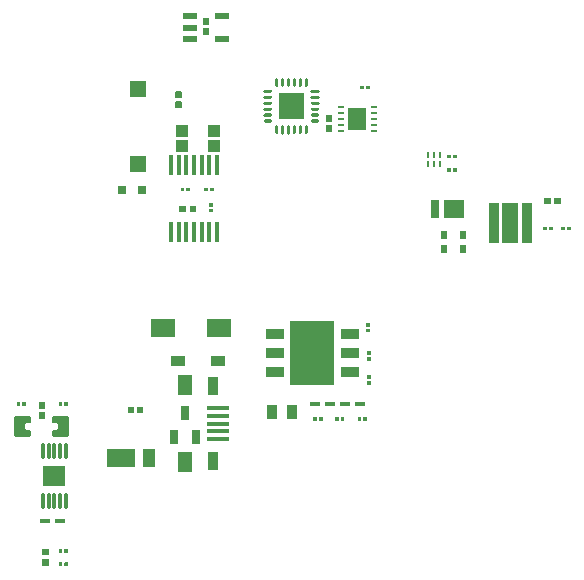
<source format=gtp>
G04 Layer: TopPasteMaskLayer*
G04 EasyEDA Pro v2.1.49.1, 2024-02-28 13:49:17*
G04 Gerber Generator version 0.3*
G04 Scale: 100 percent, Rotated: No, Reflected: No*
G04 Dimensions in millimeters*
G04 Leading zeros omitted, absolute positions, 3 integers and 5 decimals*
%FSLAX35Y35*%
%MOMM*%
%ADD10R,1.4X1.4*%
%ADD11R,0.8X0.8*%
%ADD12R,0.4X1.7*%
%ADD13R,1.1X1.0*%
%ADD14R,0.62499X0.28001*%
%ADD15R,1.65001X1.95001*%
%ADD16R,1.9X1.7*%
%ADD17O,0.28001X1.48549*%
%ADD18R,0.25001X0.55001*%
%ADD19R,0.2545X0.55001*%
%ADD20R,0.25001X0.55001*%
%ADD21R,1.55001X0.95001*%
%ADD22R,3.69999X5.41*%
%ADD23R,1.85001X0.4*%
%ADD24R,0.9X1.62499*%
%ADD25R,1.3X1.71501*%
%ADD26R,2.04638X1.62001*%
%ADD27R,1.2X0.95001*%
%ADD28R,0.5X0.6*%
%ADD29R,1.04999X1.5*%
%ADD30R,2.4X1.5*%
%ADD31R,0.7X1.25001*%
%ADD32R,0.93X0.35999*%
%ADD33R,0.9X1.3*%
%ADD34R,0.6X0.75001*%
%ADD35R,0.9X3.45001*%
%ADD36R,1.35001X3.45001*%
%ADD37R,1.75001X1.55001*%
%ADD38R,0.65001X1.55001*%
%ADD39R,1.2X0.5*%
%ADD40R,1.2X0.5*%
G75*


G04 PolygonModel Start*
G36*
G01X2680500Y5374776D02*
G01X2680500Y5420775D01*
G01X2684501Y5424776D01*
G01X2734564D01*
G01X2738565Y5420775D01*
G01Y5374776D01*
G01X2734564Y5370775D01*
G01X2684501D01*
G01X2680500Y5374776D01*
G37*
G36*
G01X2653500Y5374776D02*
G01X2653500Y5420775D01*
G01X2649499Y5424776D01*
G01X2599436D01*
G01X2595436Y5420775D01*
G01Y5374776D01*
G01X2599436Y5370775D01*
G01X2649499D01*
G01X2653500Y5374776D01*
G37*
G36*
G01X2609639Y6338100D02*
G01X2563640Y6338100D01*
G01X2559639Y6342101D01*
G01Y6392164D01*
G01X2563640Y6396165D01*
G01X2609639D01*
G01X2613640Y6392164D01*
G01Y6342101D01*
G01X2609639Y6338100D01*
G37*
G36*
G01X2609639Y6311100D02*
G01X2563640Y6311100D01*
G01X2559639Y6307099D01*
G01Y6257036D01*
G01X2563640Y6253036D01*
G01X2609639D01*
G01X2613640Y6257036D01*
G01Y6307099D01*
G01X2609639Y6311100D01*
G37*
G36*
G01X4911507Y5713900D02*
G01X4911507Y5741500D01*
G01X4913907Y5743900D01*
G01X4940320D01*
G01X4942718Y5741500D01*
G01Y5713900D01*
G01X4940320Y5711500D01*
G01X4913907D01*
G01X4911507Y5713900D01*
G37*
G36*
G01X4895306Y5713900D02*
G01X4895306Y5741500D01*
G01X4892906Y5743900D01*
G01X4866493D01*
G01X4864095Y5741500D01*
G01Y5713900D01*
G01X4866493Y5711500D01*
G01X4892906D01*
G01X4895306Y5713900D01*
G37*
G36*
G01X4911507Y5828200D02*
G01X4911507Y5855800D01*
G01X4913907Y5858200D01*
G01X4940320D01*
G01X4942718Y5855800D01*
G01Y5828200D01*
G01X4940320Y5825800D01*
G01X4913907D01*
G01X4911507Y5828200D01*
G37*
G36*
G01X4895306Y5828200D02*
G01X4895306Y5855800D01*
G01X4892906Y5858200D01*
G01X4866493D01*
G01X4864095Y5855800D01*
G01Y5828200D01*
G01X4866493Y5825800D01*
G01X4892906D01*
G01X4895306Y5828200D01*
G37*
G36*
G01X2875746Y5418300D02*
G01X2848146Y5418300D01*
G01X2845746Y5420700D01*
G01Y5447114D01*
G01X2848146Y5449512D01*
G01X2875746D01*
G01X2878146Y5447114D01*
G01Y5420700D01*
G01X2875746Y5418300D01*
G37*
G36*
G01X2875746Y5402100D02*
G01X2848146Y5402100D01*
G01X2845746Y5399700D01*
G01Y5373286D01*
G01X2848146Y5370888D01*
G01X2875746D01*
G01X2878146Y5373286D01*
G01Y5399700D01*
G01X2875746Y5402100D01*
G37*
G36*
G01X2652747Y5548800D02*
G01X2652747Y5576400D01*
G01X2655147Y5578800D01*
G01X2681561D01*
G01X2683958Y5576400D01*
G01Y5548800D01*
G01X2681561Y5546400D01*
G01X2655147D01*
G01X2652747Y5548800D01*
G37*
G36*
G01X2636547Y5548800D02*
G01X2636547Y5576400D01*
G01X2634146Y5578800D01*
G01X2607733D01*
G01X2605335Y5576400D01*
G01Y5548800D01*
G01X2607733Y5546400D01*
G01X2634146D01*
G01X2636547Y5548800D01*
G37*
G36*
G01X2852628Y5548800D02*
G01X2852628Y5576400D01*
G01X2855029Y5578800D01*
G01X2881442D01*
G01X2883840Y5576400D01*
G01Y5548800D01*
G01X2881442Y5546400D01*
G01X2855029D01*
G01X2852628Y5548800D01*
G37*
G36*
G01X2836428Y5548800D02*
G01X2836428Y5576400D01*
G01X2834028Y5578800D01*
G01X2807614D01*
G01X2805217Y5576400D01*
G01Y5548800D01*
G01X2807614Y5546400D01*
G01X2834028D01*
G01X2836428Y5548800D01*
G37*
G36*
G01X3317301Y6129109D02*
G02X3317301Y6157110I0J14000D01*
G01X3369300D01*
G02Y6129109I0J-14000D01*
G01X3317301D01*
G37*
G36*
G01X3317301Y6179096D02*
G02X3317301Y6207097I0J14000D01*
G01X3369300D01*
G02Y6179096I-0J-14000D01*
G01X3317301D01*
G37*
G36*
G01X3317301Y6229109D02*
G02X3317301Y6257110I0J14000D01*
G01X3369300D01*
G02Y6229109I-0J-14000D01*
G01X3317301D01*
G37*
G36*
G01X3317301Y6279096D02*
G02X3317301Y6307097I0J14000D01*
G01X3369300D01*
G02Y6279096I-0J-14000D01*
G01X3317301D01*
G37*
G36*
G01X3317301Y6329109D02*
G02X3317301Y6357109I0J14000D01*
G01X3369300D01*
G02Y6329109I-0J-14000D01*
G01X3317301D01*
G37*
G36*
G01X3317301Y6379096D02*
G02X3317301Y6407097I0J14000D01*
G01X3369300D01*
G02Y6379096I0J-14000D01*
G01X3317301D01*
G37*
G36*
G01X3405094Y6494102D02*
G02X3433094Y6494102I14000J-0D01*
G01Y6442103D01*
G02X3405094I-14000J0D01*
G01Y6494102D01*
G37*
G36*
G01X3454293Y6494102D02*
G02X3482294Y6494102I14000J0D01*
G01Y6442103D01*
G02X3454293I-14000J0D01*
G01Y6494102D01*
G37*
G36*
G01X3504306Y6494102D02*
G02X3532307Y6494102I14000J0D01*
G01Y6442103D01*
G02X3504306I-14000J0D01*
G01Y6494102D01*
G37*
G36*
G01X3554293Y6494102D02*
G02X3582294Y6494102I14000J0D01*
G01Y6442103D01*
G02X3554293I-14000J0D01*
G01Y6494102D01*
G37*
G36*
G01X3604306Y6494102D02*
G02X3632307Y6494102I14000J0D01*
G01Y6442103D01*
G02X3604306I-14000J0D01*
G01Y6494102D01*
G37*
G36*
G01X3654293Y6494102D02*
G02X3682294Y6494102I14000J-0D01*
G01Y6442103D01*
G02X3654293I-14000J0D01*
G01Y6494102D01*
G37*
G36*
G01X3717300Y6379096D02*
G02X3717300Y6407097I0J14000D01*
G01X3769299D01*
G02Y6379096I0J-14000D01*
G01X3717300D01*
G37*
G36*
G01X3717300Y6329109D02*
G02X3717300Y6357109I0J14000D01*
G01X3769299D01*
G02Y6329109I-0J-14000D01*
G01X3717300D01*
G37*
G36*
G01X3717300Y6279096D02*
G02X3717300Y6307097I0J14000D01*
G01X3769299D01*
G02Y6279096I-0J-14000D01*
G01X3717300D01*
G37*
G36*
G01X3717300Y6229109D02*
G02X3717300Y6257110I0J14000D01*
G01X3769299D01*
G02Y6229109I-0J-14000D01*
G01X3717300D01*
G37*
G36*
G01X3717300Y6179096D02*
G02X3717300Y6207097I0J14000D01*
G01X3769299D01*
G02Y6179096I-0J-14000D01*
G01X3717300D01*
G37*
G36*
G01X3717300Y6129109D02*
G02X3717300Y6157110I0J14000D01*
G01X3769299D01*
G02Y6129109I0J-14000D01*
G01X3717300D01*
G37*
G36*
G01X3654293Y6094103D02*
G02X3682294Y6094103I14000J-0D01*
G01Y6042104D01*
G02X3654293I-14000J0D01*
G01Y6094103D01*
G37*
G36*
G01X3604306Y6094103D02*
G02X3632307Y6094103I14000J0D01*
G01Y6042104D01*
G02X3604306I-14000J0D01*
G01Y6094103D01*
G37*
G36*
G01X3554293Y6094103D02*
G02X3582294Y6094103I14000J0D01*
G01Y6042104D01*
G02X3554293I-14000J0D01*
G01Y6094103D01*
G37*
G36*
G01X3504306Y6094103D02*
G02X3532307Y6094103I14000J0D01*
G01Y6042104D01*
G02X3504306I-14000J0D01*
G01Y6094103D01*
G37*
G36*
G01X3454293Y6094103D02*
G02X3482294Y6094103I14000J0D01*
G01Y6042104D01*
G02X3454293I-14000J0D01*
G01Y6094103D01*
G37*
G36*
G01X3404306Y6094103D02*
G02X3432307Y6094103I14000J-0D01*
G01Y6042104D01*
G02X3404306I-14000J0D01*
G01Y6094103D01*
G37*
G36*
G01X3436544Y6376104D02*
G01X3652545Y6376104D01*
G01Y6160102D01*
G01X3436544D01*
G01Y6376104D01*
G37*
G36*
G01X4173583Y6412400D02*
G01X4173583Y6440000D01*
G01X4175984Y6442400D01*
G01X4202397D01*
G01X4204795Y6440000D01*
G01Y6412400D01*
G01X4202397Y6410000D01*
G01X4175984D01*
G01X4173583Y6412400D01*
G37*
G36*
G01X4157383Y6412400D02*
G01X4157383Y6440000D01*
G01X4154983Y6442400D01*
G01X4128569D01*
G01X4126172Y6440000D01*
G01Y6412400D01*
G01X4128569Y6410000D01*
G01X4154983D01*
G01X4157383Y6412400D01*
G37*
G36*
G01X3883800Y6134804D02*
G01X3837800Y6134804D01*
G01X3833800Y6138804D01*
G01Y6188867D01*
G01X3837800Y6192868D01*
G01X3883800D01*
G01X3887800Y6188867D01*
G01Y6138804D01*
G01X3883800Y6134804D01*
G37*
G36*
G01X3883800Y6107803D02*
G01X3837800Y6107803D01*
G01X3833800Y6103803D01*
G01Y6053739D01*
G01X3837800Y6049739D01*
G01X3883800D01*
G01X3887800Y6053739D01*
G01Y6103803D01*
G01X3883800Y6107803D01*
G37*
G36*
G01X1512456Y3481600D02*
G01X1512456Y3518625D01*
G01X1522456Y3528625D01*
G01X1552946D01*
G01X1562946Y3538625D01*
G01Y3577375D01*
G01X1552946Y3587375D01*
G01X1522456D01*
G01X1512456Y3597375D01*
G01Y3634401D01*
G01X1522456Y3644401D01*
G01X1650954D01*
G01X1660954Y3634401D01*
G01Y3481600D01*
G01X1650954Y3471600D01*
G01X1522456D01*
G01X1512456Y3481600D01*
G37*
G36*
G01X1342454Y3481600D02*
G01X1342454Y3518625D01*
G01X1332454Y3528625D01*
G01X1301963D01*
G01X1291963Y3538625D01*
G01Y3577375D01*
G01X1301963Y3587375D01*
G01X1332454D01*
G01X1342454Y3597375D01*
G01Y3634401D01*
G01X1332454Y3644401D01*
G01X1203955D01*
G01X1193955Y3634401D01*
G01Y3481600D01*
G01X1203955Y3471600D01*
G01X1332454D01*
G01X1342454Y3481600D01*
G37*
G36*
G01X3776172Y3605700D02*
G01X3776172Y3633300D01*
G01X3778573Y3635700D01*
G01X3804986D01*
G01X3807384Y3633300D01*
G01Y3605700D01*
G01X3804986Y3603300D01*
G01X3778573D01*
G01X3776172Y3605700D01*
G37*
G36*
G01X3759972Y3605700D02*
G01X3759972Y3633300D01*
G01X3757572Y3635700D01*
G01X3731158D01*
G01X3728761Y3633300D01*
G01Y3605700D01*
G01X3731158Y3603300D01*
G01X3757572D01*
G01X3759972Y3605700D01*
G37*
G36*
G01X4213407Y4161000D02*
G01X4185807Y4161000D01*
G01X4183407Y4163400D01*
G01Y4189814D01*
G01X4185807Y4192212D01*
G01X4213407D01*
G01X4215807Y4189814D01*
G01Y4163400D01*
G01X4213407Y4161000D01*
G37*
G36*
G01X4213407Y4144800D02*
G01X4185807Y4144800D01*
G01X4183407Y4142400D01*
G01Y4115986D01*
G01X4185807Y4113588D01*
G01X4213407D01*
G01X4215807Y4115986D01*
G01Y4142400D01*
G01X4213407Y4144800D01*
G37*
G36*
G01X5739600Y5490020D02*
G01X5739600Y5444020D01*
G01X5735599Y5440020D01*
G01X5685536D01*
G01X5681536Y5444020D01*
G01Y5490020D01*
G01X5685536Y5494020D01*
G01X5735599D01*
G01X5739600Y5490020D01*
G37*
G36*
G01X5766600Y5490020D02*
G01X5766600Y5444020D01*
G01X5770601Y5440020D01*
G01X5820664D01*
G01X5824665Y5444020D01*
G01Y5490020D01*
G01X5820664Y5494020D01*
G01X5770601D01*
G01X5766600Y5490020D01*
G37*
G36*
G01X4213407Y3957800D02*
G01X4185807Y3957800D01*
G01X4183407Y3960200D01*
G01Y3986614D01*
G01X4185807Y3989012D01*
G01X4213407D01*
G01X4215807Y3986614D01*
G01Y3960200D01*
G01X4213407Y3957800D01*
G37*
G36*
G01X4213407Y3941600D02*
G01X4185807Y3941600D01*
G01X4183407Y3939200D01*
G01Y3912786D01*
G01X4185807Y3910388D01*
G01X4213407D01*
G01X4215807Y3912786D01*
G01Y3939200D01*
G01X4213407Y3941600D01*
G37*
G36*
G01X4202394Y4402300D02*
G01X4174795Y4402300D01*
G01X4172395Y4404700D01*
G01Y4431114D01*
G01X4174795Y4433512D01*
G01X4202394D01*
G01X4204795Y4431114D01*
G01Y4404700D01*
G01X4202394Y4402300D01*
G37*
G36*
G01X4202394Y4386100D02*
G01X4174795Y4386100D01*
G01X4172395Y4383700D01*
G01Y4357286D01*
G01X4174795Y4354888D01*
G01X4202394D01*
G01X4204795Y4357286D01*
G01Y4383700D01*
G01X4202394Y4386100D01*
G37*
G36*
G01X1452270Y3707201D02*
G01X1406270Y3707201D01*
G01X1402270Y3711202D01*
G01Y3761265D01*
G01X1406270Y3765266D01*
G01X1452270D01*
G01X1456270Y3761265D01*
G01Y3711202D01*
G01X1452270Y3707201D01*
G37*
G36*
G01X1452270Y3680201D02*
G01X1406270Y3680201D01*
G01X1402270Y3676200D01*
G01Y3626137D01*
G01X1406270Y3622137D01*
G01X1452270D01*
G01X1456270Y3626137D01*
G01Y3676200D01*
G01X1452270Y3680201D01*
G37*
G36*
G01X3961336Y3605700D02*
G01X3961336Y3633300D01*
G01X3963736Y3635700D01*
G01X3990150D01*
G01X3992547Y3633300D01*
G01Y3605700D01*
G01X3990150Y3603300D01*
G01X3963736D01*
G01X3961336Y3605700D01*
G37*
G36*
G01X3945136Y3605700D02*
G01X3945136Y3633300D01*
G01X3942735Y3635700D01*
G01X3916322D01*
G01X3913924Y3633300D01*
G01Y3605700D01*
G01X3916322Y3603300D01*
G01X3942735D01*
G01X3945136Y3605700D01*
G37*
G36*
G01X4151861Y3605700D02*
G01X4151861Y3633300D01*
G01X4154261Y3635700D01*
G01X4180675D01*
G01X4183072Y3633300D01*
G01Y3605700D01*
G01X4180675Y3603300D01*
G01X4154261D01*
G01X4151861Y3605700D01*
G37*
G36*
G01X4135661Y3605700D02*
G01X4135661Y3633300D01*
G01X4133260Y3635700D01*
G01X4106847D01*
G01X4104449Y3633300D01*
G01Y3605700D01*
G01X4106847Y3603300D01*
G01X4133260D01*
G01X4135661Y3605700D01*
G37*
G36*
G01X1621000Y3732700D02*
G01X1621000Y3760300D01*
G01X1623400Y3762700D01*
G01X1649814D01*
G01X1652212Y3760300D01*
G01Y3732700D01*
G01X1649814Y3730300D01*
G01X1623400D01*
G01X1621000Y3732700D01*
G37*
G36*
G01X1604800Y3732700D02*
G01X1604800Y3760300D01*
G01X1602400Y3762700D01*
G01X1575986D01*
G01X1573588Y3760300D01*
G01Y3732700D01*
G01X1575986Y3730300D01*
G01X1602400D01*
G01X1604800Y3732700D01*
G37*
G36*
G01X1264303Y3734720D02*
G01X1264303Y3762319D01*
G01X1266703Y3764720D01*
G01X1293117D01*
G01X1295514Y3762319D01*
G01Y3734720D01*
G01X1293117Y3732319D01*
G01X1266703D01*
G01X1264303Y3734720D01*
G37*
G36*
G01X1248103Y3734720D02*
G01X1248103Y3762319D01*
G01X1245702Y3764720D01*
G01X1219289D01*
G01X1216891Y3762319D01*
G01Y3734720D01*
G01X1219289Y3732319D01*
G01X1245702D01*
G01X1248103Y3734720D01*
G37*
G36*
G01X5723100Y5218600D02*
G01X5723100Y5246200D01*
G01X5725500Y5248600D01*
G01X5751914D01*
G01X5754312Y5246200D01*
G01Y5218600D01*
G01X5751914Y5216200D01*
G01X5725500D01*
G01X5723100Y5218600D01*
G37*
G36*
G01X5706900Y5218600D02*
G01X5706900Y5246200D01*
G01X5704500Y5248600D01*
G01X5678086D01*
G01X5675688Y5246200D01*
G01Y5218600D01*
G01X5678086Y5216200D01*
G01X5704500D01*
G01X5706900Y5218600D01*
G37*
G36*
G01X5875883Y5218600D02*
G01X5875883Y5246200D01*
G01X5878283Y5248600D01*
G01X5904696D01*
G01X5907094Y5246200D01*
G01Y5218600D01*
G01X5904696Y5216200D01*
G01X5878283D01*
G01X5875883Y5218600D01*
G37*
G36*
G01X5859682Y5218600D02*
G01X5859682Y5246200D01*
G01X5857282Y5248600D01*
G01X5830869D01*
G01X5828471Y5246200D01*
G01Y5218600D01*
G01X5830869Y5216200D01*
G01X5857282D01*
G01X5859682Y5218600D01*
G37*
G36*
G01X2841898Y6957955D02*
G01X2795899Y6957955D01*
G01X2791898Y6961955D01*
G01Y7012019D01*
G01X2795899Y7016019D01*
G01X2841898D01*
G01X2845899Y7012019D01*
G01Y6961955D01*
G01X2841898Y6957955D01*
G37*
G36*
G01X2841898Y6930955D02*
G01X2795899Y6930955D01*
G01X2791898Y6926954D01*
G01Y6876891D01*
G01X2795899Y6872890D01*
G01X2841898D01*
G01X2845899Y6876891D01*
G01Y6926954D01*
G01X2841898Y6930955D01*
G37*
G36*
G01X1483500Y2464600D02*
G01X1437500Y2464600D01*
G01X1433500Y2468601D01*
G01Y2518664D01*
G01X1437500Y2522665D01*
G01X1483500D01*
G01X1487500Y2518664D01*
G01Y2468601D01*
G01X1483500Y2464600D01*
G37*
G36*
G01X1483500Y2437600D02*
G01X1437500Y2437600D01*
G01X1433500Y2433599D01*
G01Y2383536D01*
G01X1437500Y2379536D01*
G01X1483500D01*
G01X1487500Y2383536D01*
G01Y2433599D01*
G01X1483500Y2437600D01*
G37*
G36*
G01X1621000Y2488100D02*
G01X1621000Y2515700D01*
G01X1623400Y2518100D01*
G01X1649814D01*
G01X1652212Y2515700D01*
G01Y2488100D01*
G01X1649814Y2485700D01*
G01X1623400D01*
G01X1621000Y2488100D01*
G37*
G36*
G01X1604800Y2488100D02*
G01X1604800Y2515700D01*
G01X1602400Y2518100D01*
G01X1575986D01*
G01X1573588Y2515700D01*
G01Y2488100D01*
G01X1575986Y2485700D01*
G01X1602400D01*
G01X1604800Y2488100D01*
G37*
G36*
G01X1621000Y2376259D02*
G01X1621000Y2403859D01*
G01X1623400Y2406259D01*
G01X1649814D01*
G01X1652212Y2403859D01*
G01Y2376259D01*
G01X1649814Y2373859D01*
G01X1623400D01*
G01X1621000Y2376259D01*
G37*
G36*
G01X1604800Y2376259D02*
G01X1604800Y2403859D01*
G01X1602400Y2406259D01*
G01X1575986D01*
G01X1573588Y2403859D01*
G01Y2376259D01*
G01X1575986Y2373859D01*
G01X1602400D01*
G01X1604800Y2376259D01*
G37*
G04 PolygonModel End*

G04 Pad Start*
G54D10*
G01X2247900Y5776011D03*
G01X2247900Y6415989D03*
G54D11*
G01X2277900Y5562600D03*
G01X2107720Y5562600D03*
G54D12*
G01X2522804Y5206390D03*
G01X2587803Y5206390D03*
G01X2652801Y5206390D03*
G01X2717800Y5206390D03*
G01X2782799Y5206390D03*
G01X2847797Y5206390D03*
G01X2912796Y5206390D03*
G01X2912796Y5766410D03*
G01X2847797Y5766410D03*
G01X2782799Y5766410D03*
G01X2717800Y5766410D03*
G01X2652801Y5766410D03*
G01X2587803Y5766410D03*
G01X2522804Y5766410D03*
G54D13*
G01X2614143Y6059401D03*
G01X2884145Y6059401D03*
G01X2614143Y5929404D03*
G01X2884145Y5929404D03*
G54D14*
G01X3959657Y6259500D03*
G01X3959657Y6209487D03*
G01X3959657Y6159500D03*
G01X3959657Y6109487D03*
G01X3959657Y6059500D03*
G01X4242156Y6059500D03*
G01X4242156Y6109487D03*
G01X4242156Y6159500D03*
G01X4242156Y6209487D03*
G01X4242156Y6259500D03*
G54D15*
G01X4100906Y6159500D03*
G54D16*
G01X1536700Y3136900D03*
G54D17*
G01X1436700Y3344799D03*
G01X1486713Y3344799D03*
G01X1536700Y3344799D03*
G01X1586713Y3344799D03*
G01X1636700Y3344799D03*
G01X1636700Y2929001D03*
G01X1586713Y2929001D03*
G01X1536700Y2929001D03*
G01X1486713Y2929001D03*
G01X1436700Y2929001D03*
G54D18*
G01X4799800Y5854598D03*
G01X4749787Y5854598D03*
G01X4699800Y5854598D03*
G54D20*
G01X4799800Y5778602D03*
G01X4749787Y5778602D03*
G01X4699800Y5778602D03*
G54D21*
G01X3403600Y4339986D03*
G01X3403600Y4179987D03*
G01X3403600Y4019987D03*
G01X4038600Y4019987D03*
G01X4038600Y4179987D03*
G01X4038600Y4339986D03*
G54D22*
G01X3721100Y4179987D03*
G54D23*
G01X2924056Y3711410D03*
G01X2924056Y3646411D03*
G01X2924056Y3581413D03*
G01X2924056Y3516414D03*
G01X2924056Y3451416D03*
G54D24*
G01X2876558Y3900157D03*
G01X2876558Y3262643D03*
G54D25*
G01X2640566Y3905644D03*
G01X2640566Y3257156D03*
G54D26*
G01X2457447Y4394200D03*
G01X2927347Y4394200D03*
G54D27*
G01X2925902Y4114800D03*
G01X2585898Y4114800D03*
G54D28*
G01X2182900Y3695700D03*
G01X2262900Y3695700D03*
G54D29*
G01X2341245Y3289300D03*
G54D30*
G01X2103755Y3289300D03*
G54D31*
G01X2642803Y3668702D03*
G01X2737799Y3468703D03*
G01X2547807Y3468703D03*
G54D32*
G01X3871780Y3746500D03*
G01X3744780Y3746500D03*
G54D33*
G01X3378538Y3683000D03*
G01X3548515Y3683000D03*
G54D32*
G01X4127500Y3746481D03*
G01X4000500Y3746481D03*
G54D34*
G01X4833907Y5061598D03*
G01X4998905Y5061598D03*
G01X4998905Y5174602D03*
G01X4833907Y5174602D03*
G54D35*
G01X5255006Y5283200D03*
G01X5539994Y5283200D03*
G54D36*
G01X5397500Y5283200D03*
G54D37*
G01X4918697Y5397500D03*
G54D38*
G01X4758703Y5397500D03*
G54D39*
G01X2954401Y6839204D03*
G54D40*
G01X2954401Y7029196D03*
G01X2684399Y6839204D03*
G54D39*
G01X2684399Y6934200D03*
G01X2684399Y7029196D03*
G54D32*
G01X1587500Y2755881D03*
G01X1460500Y2755881D03*
G04 Pad End*

M02*

</source>
